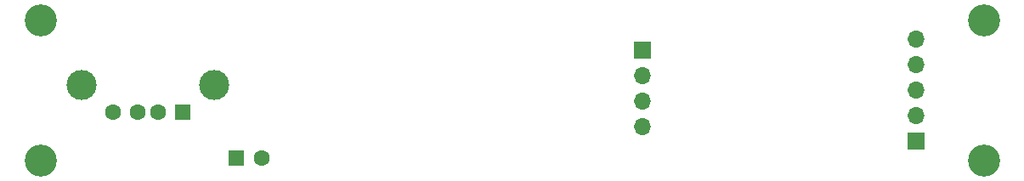
<source format=gbr>
%TF.GenerationSoftware,KiCad,Pcbnew,8.0.0*%
%TF.CreationDate,2024-02-26T11:34:36-08:00*%
%TF.ProjectId,gotek-breakout,676f7465-6b2d-4627-9265-616b6f75742e,rev?*%
%TF.SameCoordinates,Original*%
%TF.FileFunction,Soldermask,Top*%
%TF.FilePolarity,Negative*%
%FSLAX46Y46*%
G04 Gerber Fmt 4.6, Leading zero omitted, Abs format (unit mm)*
G04 Created by KiCad (PCBNEW 8.0.0) date 2024-02-26 11:34:36*
%MOMM*%
%LPD*%
G01*
G04 APERTURE LIST*
%ADD10R,1.600000X1.500000*%
%ADD11C,1.600000*%
%ADD12C,3.000000*%
%ADD13R,1.700000X1.700000*%
%ADD14O,1.700000X1.700000*%
%ADD15C,3.200000*%
%ADD16R,1.600000X1.600000*%
G04 APERTURE END LIST*
D10*
%TO.C,J2*%
X64200000Y-52160000D03*
D11*
X61700000Y-52160000D03*
X59700000Y-52160000D03*
X57200000Y-52160000D03*
D12*
X67270000Y-49450000D03*
X54130000Y-49450000D03*
%TD*%
D13*
%TO.C,J4*%
X137250000Y-55075000D03*
D14*
X137250000Y-52535000D03*
X137250000Y-49995000D03*
X137250000Y-47455000D03*
X137250000Y-44915000D03*
%TD*%
D15*
%TO.C,H1*%
X50000000Y-43000000D03*
%TD*%
D16*
%TO.C,C1*%
X69544887Y-56750000D03*
D11*
X72044887Y-56750000D03*
%TD*%
D15*
%TO.C,H4*%
X144000000Y-57000000D03*
%TD*%
D13*
%TO.C,J3*%
X110000000Y-46000000D03*
D14*
X110000000Y-48540000D03*
X110000000Y-51080000D03*
X110000000Y-53620000D03*
%TD*%
D15*
%TO.C,H3*%
X144000000Y-43000000D03*
%TD*%
%TO.C,H2*%
X50000000Y-57000000D03*
%TD*%
M02*

</source>
